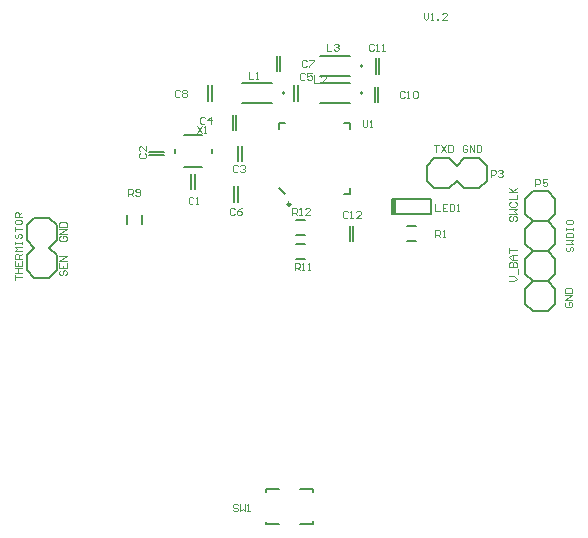
<source format=gto>
G04*
G04 #@! TF.GenerationSoftware,Altium Limited,Altium Designer,18.1.6 (161)*
G04*
G04 Layer_Color=65535*
%FSLAX25Y25*%
%MOIN*%
G70*
G01*
G75*
%ADD10C,0.00600*%
%ADD11C,0.00984*%
%ADD12C,0.00500*%
%ADD13C,0.00800*%
%ADD14C,0.00787*%
%ADD15C,0.00394*%
%ADD16R,0.01181X0.05118*%
D10*
X122684Y161024D02*
G03*
X122684Y161024I-300J0D01*
G01*
Y151969D02*
G03*
X122684Y151969I-300J0D01*
G01*
X96700D02*
G03*
X96700Y151969I-300J0D01*
G01*
X108634Y157674D02*
X118334D01*
X108634Y164374D02*
X118334D01*
X108634Y148618D02*
X118334D01*
X108634Y155318D02*
X118334D01*
X82650Y148618D02*
X92350D01*
X82650Y155318D02*
X92350D01*
X60236Y131910D02*
X60236Y133366D01*
X63287Y127461D02*
X69193D01*
X63287Y137894D02*
X69154Y137894D01*
X72342Y131988D02*
Y133366D01*
D11*
X98622Y114961D02*
G03*
X98622Y114961I-492J0D01*
G01*
D12*
X137575Y102618D02*
X140575D01*
X137575Y107618D02*
X140575D01*
X100567Y109587D02*
X103567D01*
X100567Y104587D02*
X103567D01*
X100567Y96713D02*
X103567D01*
X100567Y101713D02*
X103567D01*
X49055Y108343D02*
Y111343D01*
X44055Y108343D02*
Y111343D01*
X118407Y102554D02*
Y107682D01*
X119585Y102554D02*
Y107682D01*
X128246Y158460D02*
Y163587D01*
X127068Y158460D02*
Y163587D01*
X127853Y149011D02*
Y154139D01*
X126675Y149011D02*
Y154139D01*
X71163Y149405D02*
Y154532D01*
X72341Y149405D02*
Y154532D01*
X95176Y159247D02*
Y164375D01*
X93998Y159247D02*
Y164375D01*
X79824Y115842D02*
Y120969D01*
X81002Y115842D02*
Y120969D01*
X99903Y149405D02*
Y154532D01*
X101081Y149405D02*
Y154532D01*
X79431Y139661D02*
Y144788D01*
X80609Y139661D02*
Y144788D01*
X81301Y129326D02*
Y134454D01*
X82479Y129326D02*
Y134454D01*
X51472Y132479D02*
X56599D01*
X51472Y131301D02*
X56599D01*
X66829Y119877D02*
Y125005D01*
X65651Y119877D02*
Y125005D01*
D13*
X179390Y89213D02*
X184390D01*
X179390Y109213D02*
X184390D01*
X186890Y91713D02*
Y96713D01*
X184390Y89213D02*
X186890Y91713D01*
X176890D02*
X179390Y89213D01*
X184390D02*
X186890Y86713D01*
Y81713D02*
Y86713D01*
X184390Y79213D02*
X186890Y81713D01*
X176890D02*
X179390Y79213D01*
X176890Y81713D02*
Y86713D01*
X179390Y89213D01*
X184390Y99213D02*
X186890Y96713D01*
X176890D02*
X179390Y99213D01*
X176890Y91713D02*
Y96713D01*
X179390Y79213D02*
X184390D01*
X179390Y99213D02*
X184390D01*
X176890Y111713D02*
Y116713D01*
X179390Y119213D01*
X184390D02*
X186890Y116713D01*
X179390Y119213D02*
X184390D01*
X176890Y106713D02*
X179390Y109213D01*
X176890Y101713D02*
Y106713D01*
Y101713D02*
X179390Y99213D01*
X184390D02*
X186890Y101713D01*
Y106713D01*
X184390Y109213D02*
X186890Y106713D01*
X176890Y111713D02*
X179390Y109213D01*
X184390D02*
X186890Y111713D01*
Y116713D01*
X13248Y110394D02*
X18248D01*
X20748Y92894D02*
Y97894D01*
X18248Y90394D02*
X20748Y92894D01*
X10748D02*
X13248Y90394D01*
X18248D01*
Y100394D02*
X20748Y102894D01*
Y107894D01*
X18248Y110394D02*
X20748Y107894D01*
X10748D02*
X13248Y110394D01*
X10748Y102894D02*
Y107894D01*
Y102894D02*
X13248Y100394D01*
X18248D02*
X20748Y97894D01*
X10748D02*
X13248Y100394D01*
X10748Y92894D02*
Y97894D01*
X164035Y122697D02*
Y127697D01*
X146535Y120197D02*
X151535D01*
X144035Y122697D02*
X146535Y120197D01*
X144035Y127697D02*
X146535Y130197D01*
X144035Y122697D02*
Y127697D01*
X154035Y122697D02*
X156535Y120197D01*
X161535D01*
X164035Y122697D01*
X161535Y130197D02*
X164035Y127697D01*
X156535Y130197D02*
X161535D01*
X154035Y127697D02*
X156535Y130197D01*
X151535Y120197D02*
X154035Y122697D01*
X151535Y130197D02*
X154035Y127697D01*
X146535Y130197D02*
X151535D01*
D14*
X90551Y19094D02*
Y19980D01*
Y8366D02*
Y9154D01*
X106299Y19193D02*
Y19980D01*
Y8366D02*
Y9252D01*
X90551Y8366D02*
X94685D01*
X101969D02*
X106299D01*
X90551Y19980D02*
X94882D01*
X101870D02*
X106299D01*
X132382Y116732D02*
X145374Y116732D01*
Y111614D02*
Y116732D01*
X133563Y111614D02*
Y116732D01*
X132382Y111614D02*
Y116732D01*
Y111614D02*
X145374Y111614D01*
X94980Y142126D02*
X96949D01*
X94980Y140157D02*
Y142126D01*
X116634D02*
X118602D01*
Y140157D02*
Y142126D01*
X94980Y120472D02*
X96949Y118504D01*
X118602D02*
Y120472D01*
X116634Y118504D02*
X118602D01*
D15*
X143012Y178739D02*
Y177165D01*
X143799Y176378D01*
X144586Y177165D01*
Y178739D01*
X145373Y176378D02*
X146160D01*
X145767D01*
Y178739D01*
X145373Y178346D01*
X147341Y176378D02*
Y176771D01*
X147735D01*
Y176378D01*
X147341D01*
X150883D02*
X149309D01*
X150883Y177952D01*
Y178346D01*
X150490Y178739D01*
X149703D01*
X149309Y178346D01*
X22048Y104330D02*
X21654Y103937D01*
Y103149D01*
X22048Y102756D01*
X23622D01*
X24016Y103149D01*
Y103937D01*
X23622Y104330D01*
X22835D01*
Y103543D01*
X24016Y105117D02*
X21654D01*
X24016Y106692D01*
X21654D01*
Y107479D02*
X24016D01*
Y108660D01*
X23622Y109053D01*
X22048D01*
X21654Y108660D01*
Y107479D01*
X22048Y92913D02*
X21654Y92519D01*
Y91732D01*
X22048Y91339D01*
X22442D01*
X22835Y91732D01*
Y92519D01*
X23229Y92913D01*
X23622D01*
X24016Y92519D01*
Y91732D01*
X23622Y91339D01*
X21654Y95274D02*
Y93700D01*
X24016D01*
Y95274D01*
X22835Y93700D02*
Y94487D01*
X24016Y96061D02*
X21654D01*
X24016Y97636D01*
X21654D01*
X190552Y82283D02*
X190158Y81889D01*
Y81102D01*
X190552Y80709D01*
X192126D01*
X192520Y81102D01*
Y81889D01*
X192126Y82283D01*
X191339D01*
Y81496D01*
X192520Y83070D02*
X190158D01*
X192520Y84644D01*
X190158D01*
Y85431D02*
X192520D01*
Y86612D01*
X192126Y87006D01*
X190552D01*
X190158Y86612D01*
Y85431D01*
X171654Y89370D02*
X173229D01*
X174016Y90157D01*
X173229Y90944D01*
X171654D01*
X174409Y91732D02*
Y93306D01*
X171654Y94093D02*
X174016D01*
Y95274D01*
X173622Y95667D01*
X173229D01*
X172835Y95274D01*
Y94093D01*
Y95274D01*
X172441Y95667D01*
X172048D01*
X171654Y95274D01*
Y94093D01*
X174016Y96454D02*
X172441D01*
X171654Y97241D01*
X172441Y98029D01*
X174016D01*
X172835D01*
Y96454D01*
X171654Y98816D02*
Y100390D01*
Y99603D01*
X174016D01*
X190945Y100787D02*
X190552Y100393D01*
Y99606D01*
X190945Y99213D01*
X191339D01*
X191733Y99606D01*
Y100393D01*
X192126Y100787D01*
X192520D01*
X192913Y100393D01*
Y99606D01*
X192520Y99213D01*
X190552Y101574D02*
X192913D01*
X192126Y102361D01*
X192913Y103148D01*
X190552D01*
Y103936D02*
X192913D01*
Y105116D01*
X192520Y105510D01*
X190945D01*
X190552Y105116D01*
Y103936D01*
Y106297D02*
Y107084D01*
Y106691D01*
X192913D01*
Y106297D01*
Y107084D01*
X190552Y109446D02*
Y108658D01*
X190945Y108265D01*
X192520D01*
X192913Y108658D01*
Y109446D01*
X192520Y109839D01*
X190945D01*
X190552Y109446D01*
X172048Y111023D02*
X171654Y110629D01*
Y109842D01*
X172048Y109449D01*
X172441D01*
X172835Y109842D01*
Y110629D01*
X173229Y111023D01*
X173622D01*
X174016Y110629D01*
Y109842D01*
X173622Y109449D01*
X171654Y111810D02*
X174016D01*
X173229Y112597D01*
X174016Y113384D01*
X171654D01*
X172048Y115746D02*
X171654Y115352D01*
Y114565D01*
X172048Y114172D01*
X173622D01*
X174016Y114565D01*
Y115352D01*
X173622Y115746D01*
X171654Y116533D02*
X174016D01*
Y118107D01*
X171654Y118895D02*
X174016D01*
X173229D01*
X171654Y120469D01*
X172835Y119288D01*
X174016Y120469D01*
X157578Y134251D02*
X157185Y134645D01*
X156397D01*
X156004Y134251D01*
Y132677D01*
X156397Y132283D01*
X157185D01*
X157578Y132677D01*
Y133464D01*
X156791D01*
X158365Y132283D02*
Y134645D01*
X159940Y132283D01*
Y134645D01*
X160727D02*
Y132283D01*
X161907D01*
X162301Y132677D01*
Y134251D01*
X161907Y134645D01*
X160727D01*
X146457Y134645D02*
X148031D01*
X147244D01*
Y132283D01*
X148818Y134645D02*
X150392Y132283D01*
Y134645D02*
X148818Y132283D01*
X151180Y134645D02*
Y132283D01*
X152360D01*
X152754Y132677D01*
Y134251D01*
X152360Y134645D01*
X151180D01*
X146968Y103937D02*
Y106298D01*
X148149D01*
X148543Y105905D01*
Y105118D01*
X148149Y104724D01*
X146968D01*
X147756D02*
X148543Y103937D01*
X149330D02*
X150117D01*
X149723D01*
Y106298D01*
X149330Y105905D01*
X44587Y117717D02*
Y120078D01*
X45767D01*
X46161Y119684D01*
Y118897D01*
X45767Y118504D01*
X44587D01*
X45374D02*
X46161Y117717D01*
X46948Y118110D02*
X47342Y117717D01*
X48129D01*
X48522Y118110D01*
Y119684D01*
X48129Y120078D01*
X47342D01*
X46948Y119684D01*
Y119291D01*
X47342Y118897D01*
X48522D01*
X99273Y111343D02*
Y113704D01*
X100454D01*
X100847Y113310D01*
Y112523D01*
X100454Y112130D01*
X99273D01*
X100060D02*
X100847Y111343D01*
X101635D02*
X102422D01*
X102028D01*
Y113704D01*
X101635Y113310D01*
X105177Y111343D02*
X103603D01*
X105177Y112917D01*
Y113310D01*
X104783Y113704D01*
X103996D01*
X103603Y113310D01*
X6694Y89764D02*
Y91338D01*
Y90551D01*
X9055D01*
X6694Y92125D02*
X9055D01*
X7874D01*
Y93700D01*
X6694D01*
X9055D01*
X6694Y96061D02*
Y94487D01*
X9055D01*
Y96061D01*
X7874Y94487D02*
Y95274D01*
X9055Y96848D02*
X6694D01*
Y98029D01*
X7087Y98422D01*
X7874D01*
X8268Y98029D01*
Y96848D01*
Y97635D02*
X9055Y98422D01*
Y99209D02*
X6694D01*
X7481Y99997D01*
X6694Y100784D01*
X9055D01*
X6694Y101571D02*
Y102358D01*
Y101964D01*
X9055D01*
Y101571D01*
Y102358D01*
X7087Y105113D02*
X6694Y104720D01*
Y103932D01*
X7087Y103539D01*
X7481D01*
X7874Y103932D01*
Y104720D01*
X8268Y105113D01*
X8662D01*
X9055Y104720D01*
Y103932D01*
X8662Y103539D01*
X6694Y105900D02*
Y107475D01*
Y106687D01*
X9055D01*
X6694Y109442D02*
Y108655D01*
X7087Y108262D01*
X8662D01*
X9055Y108655D01*
Y109442D01*
X8662Y109836D01*
X7087D01*
X6694Y109442D01*
X9055Y110623D02*
X6694D01*
Y111804D01*
X7087Y112197D01*
X7874D01*
X8268Y111804D01*
Y110623D01*
Y111410D02*
X9055Y112197D01*
X81102Y14566D02*
X80708Y14960D01*
X79921D01*
X79528Y14566D01*
Y14173D01*
X79921Y13779D01*
X80708D01*
X81102Y13386D01*
Y12992D01*
X80708Y12598D01*
X79921D01*
X79528Y12992D01*
X81889Y14960D02*
Y12598D01*
X82676Y13386D01*
X83463Y12598D01*
Y14960D01*
X84250Y12598D02*
X85038D01*
X84644D01*
Y14960D01*
X84250Y14566D01*
X180315Y120866D02*
Y123228D01*
X181496D01*
X181889Y122834D01*
Y122047D01*
X181496Y121653D01*
X180315D01*
X184251Y123228D02*
X182676D01*
Y122047D01*
X183464Y122440D01*
X183857D01*
X184251Y122047D01*
Y121260D01*
X183857Y120866D01*
X183070D01*
X182676Y121260D01*
X165453Y124016D02*
Y126377D01*
X166633D01*
X167027Y125984D01*
Y125197D01*
X166633Y124803D01*
X165453D01*
X167814Y125984D02*
X168208Y126377D01*
X168995D01*
X169388Y125984D01*
Y125590D01*
X168995Y125197D01*
X168601D01*
X168995D01*
X169388Y124803D01*
Y124409D01*
X168995Y124016D01*
X168208D01*
X167814Y124409D01*
X66240Y116928D02*
X65846Y117322D01*
X65059D01*
X64665Y116928D01*
Y115354D01*
X65059Y114961D01*
X65846D01*
X66240Y115354D01*
X67027Y114961D02*
X67814D01*
X67420D01*
Y117322D01*
X67027Y116928D01*
X48524Y131889D02*
X48131Y131496D01*
Y130709D01*
X48524Y130315D01*
X50099D01*
X50492Y130709D01*
Y131496D01*
X50099Y131889D01*
X50492Y134251D02*
Y132676D01*
X48918Y134251D01*
X48524D01*
X48131Y133857D01*
Y133070D01*
X48524Y132676D01*
X81102Y127558D02*
X80708Y127952D01*
X79921D01*
X79528Y127558D01*
Y125984D01*
X79921Y125591D01*
X80708D01*
X81102Y125984D01*
X81889Y127558D02*
X82283Y127952D01*
X83070D01*
X83463Y127558D01*
Y127165D01*
X83070Y126771D01*
X82676D01*
X83070D01*
X83463Y126378D01*
Y125984D01*
X83070Y125591D01*
X82283D01*
X81889Y125984D01*
X70177Y143700D02*
X69783Y144094D01*
X68996D01*
X68602Y143700D01*
Y142126D01*
X68996Y141732D01*
X69783D01*
X70177Y142126D01*
X72145Y141732D02*
Y144094D01*
X70964Y142913D01*
X72538D01*
X103484Y158267D02*
X103090Y158661D01*
X102303D01*
X101909Y158267D01*
Y156693D01*
X102303Y156299D01*
X103090D01*
X103484Y156693D01*
X105845Y158661D02*
X104271D01*
Y157480D01*
X105058Y157873D01*
X105452D01*
X105845Y157480D01*
Y156693D01*
X105452Y156299D01*
X104665D01*
X104271Y156693D01*
X80019Y113385D02*
X79626Y113779D01*
X78838D01*
X78445Y113385D01*
Y111811D01*
X78838Y111417D01*
X79626D01*
X80019Y111811D01*
X82381Y113779D02*
X81594Y113385D01*
X80806Y112598D01*
Y111811D01*
X81200Y111417D01*
X81987D01*
X82381Y111811D01*
Y112205D01*
X81987Y112598D01*
X80806D01*
X104035Y162598D02*
X103641Y162991D01*
X102854D01*
X102461Y162598D01*
Y161023D01*
X102854Y160630D01*
X103641D01*
X104035Y161023D01*
X104822Y162991D02*
X106396D01*
Y162598D01*
X104822Y161023D01*
Y160630D01*
X61810Y152755D02*
X61417Y153149D01*
X60630D01*
X60236Y152755D01*
Y151181D01*
X60630Y150787D01*
X61417D01*
X61810Y151181D01*
X62598Y152755D02*
X62991Y153149D01*
X63778D01*
X64172Y152755D01*
Y152362D01*
X63778Y151968D01*
X64172Y151575D01*
Y151181D01*
X63778Y150787D01*
X62991D01*
X62598Y151181D01*
Y151575D01*
X62991Y151968D01*
X62598Y152362D01*
Y152755D01*
X62991Y151968D02*
X63778D01*
X136712Y152362D02*
X136319Y152755D01*
X135531D01*
X135138Y152362D01*
Y150787D01*
X135531Y150394D01*
X136319D01*
X136712Y150787D01*
X137499Y150394D02*
X138286D01*
X137893D01*
Y152755D01*
X137499Y152362D01*
X139467D02*
X139861Y152755D01*
X140648D01*
X141041Y152362D01*
Y150787D01*
X140648Y150394D01*
X139861D01*
X139467Y150787D01*
Y152362D01*
X126476Y168110D02*
X126082Y168503D01*
X125295D01*
X124902Y168110D01*
Y166535D01*
X125295Y166142D01*
X126082D01*
X126476Y166535D01*
X127263Y166142D02*
X128050D01*
X127657D01*
Y168503D01*
X127263Y168110D01*
X129231Y166142D02*
X130018D01*
X129624D01*
Y168503D01*
X129231Y168110D01*
X117815Y112204D02*
X117421Y112598D01*
X116634D01*
X116240Y112204D01*
Y110630D01*
X116634Y110236D01*
X117421D01*
X117815Y110630D01*
X118602Y110236D02*
X119389D01*
X118995D01*
Y112598D01*
X118602Y112204D01*
X122144Y110236D02*
X120570D01*
X122144Y111811D01*
Y112204D01*
X121750Y112598D01*
X120963D01*
X120570Y112204D01*
X84744Y159054D02*
Y156693D01*
X86318D01*
X87106D02*
X87893D01*
X87499D01*
Y159054D01*
X87106Y158661D01*
X106496Y157873D02*
Y155512D01*
X108070D01*
X110432D02*
X108858D01*
X110432Y157086D01*
Y157480D01*
X110038Y157873D01*
X109251D01*
X108858Y157480D01*
X110728Y168503D02*
Y166142D01*
X112303D01*
X113090Y168110D02*
X113483Y168503D01*
X114270D01*
X114664Y168110D01*
Y167716D01*
X114270Y167323D01*
X113877D01*
X114270D01*
X114664Y166929D01*
Y166535D01*
X114270Y166142D01*
X113483D01*
X113090Y166535D01*
X146968Y114960D02*
Y112598D01*
X148543D01*
X150904Y114960D02*
X149330D01*
Y112598D01*
X150904D01*
X149330Y113779D02*
X150117D01*
X151691Y114960D02*
Y112598D01*
X152872D01*
X153266Y112992D01*
Y114566D01*
X152872Y114960D01*
X151691D01*
X154053Y112598D02*
X154840D01*
X154446D01*
Y114960D01*
X154053Y114566D01*
X122684Y142913D02*
Y140945D01*
X123078Y140551D01*
X123865D01*
X124258Y140945D01*
Y142913D01*
X125046Y140551D02*
X125833D01*
X125439D01*
Y142913D01*
X125046Y142519D01*
X67421Y140944D02*
X68996Y138583D01*
Y140944D02*
X67421Y138583D01*
X69783D02*
X70570D01*
X70176D01*
Y140944D01*
X69783Y140550D01*
X100098Y92913D02*
Y95275D01*
X101279D01*
X101673Y94881D01*
Y94094D01*
X101279Y93700D01*
X100098D01*
X100886D02*
X101673Y92913D01*
X102460D02*
X103247D01*
X102853D01*
Y95275D01*
X102460Y94881D01*
X104428Y92913D02*
X105215D01*
X104821D01*
Y95275D01*
X104428Y94881D01*
D16*
X132973Y114173D02*
D03*
M02*

</source>
